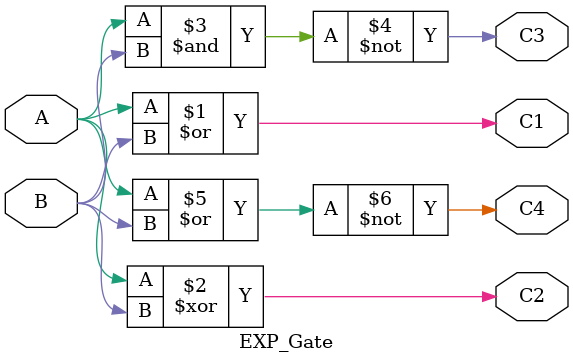
<source format=v>
module EXP_Gate (A,B,C1,C2,C3,C4);
input A,B;
output C1,C2,C3,C4;
assign C1= A|B;
assign C2= A^B;
assign C3= ~(A&B);
assign C4= ~(A|B);
endmodule
</source>
